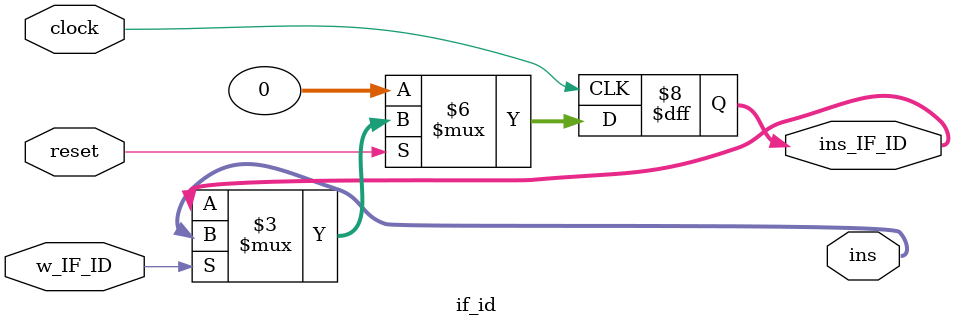
<source format=v>
module if_id(clock,reset,w_IF_ID,ins,ins_IF_ID);

	input clock,reset;
	input w_IF_ID;

	output [31:0] ins;
	output reg [31:0] ins_IF_ID;


always @(posedge clock)
begin
    if(!reset)
	     ins_IF_ID<=0;
	 else
	    if(w_IF_ID)
	     ins_IF_ID<=ins;
end 

endmodule
</source>
